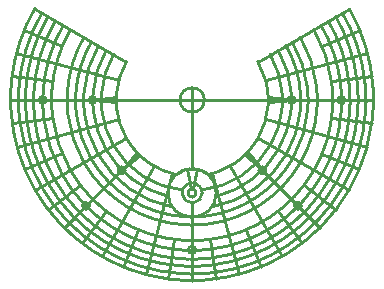
<source format=gtl>
G04*
G04 #@! TF.GenerationSoftware,Altium Limited,Altium Designer,21.8.1 (53)*
G04*
G04 Layer_Physical_Order=1*
G04 Layer_Color=255*
%FSLAX25Y25*%
%MOIN*%
G70*
G04*
G04 #@! TF.SameCoordinates,118D29FF-A6AF-4579-8667-5FF08CD40519*
G04*
G04*
G04 #@! TF.FilePolarity,Positive*
G04*
G01*
G75*
%ADD10C,0.01000*%
D10*
X116930Y136165D02*
G03*
X118005Y137044I-15263J19766D01*
G01*
X115597Y135204D02*
G03*
X116930Y136165I-13776J20526D01*
G01*
X137975Y121128D02*
G03*
X137975Y121128I-1172J0D01*
G01*
X106610Y115012D02*
G03*
X137680Y135603I-5070J41386D01*
G01*
X107239Y109868D02*
G03*
X142170Y133013I-5700J46533D01*
G01*
X118955Y137908D02*
G03*
X119802Y138760I-17634J18403D01*
G01*
X126169Y132956D02*
G03*
X126169Y132956I-1194J0D01*
G01*
X104692Y126372D02*
G03*
X127642Y141399I-3262J30020D01*
G01*
X118005Y137044D02*
G03*
X118955Y137908I-16506J19081D01*
G01*
X109436Y124215D02*
G03*
X130265Y139885I-7930J32219D01*
G01*
X106129Y117693D02*
G03*
X135156Y137061I-4703J38483D01*
G01*
X107982Y120688D02*
G03*
X132948Y138336I-6455J35616D01*
G01*
X119530Y138517D02*
G03*
X120041Y139042I-18149J18148D01*
G01*
X119802Y138760D02*
G03*
X120582Y139619I-18669J17730D01*
G01*
X119004Y138006D02*
G03*
X119530Y138517I-17616J18653D01*
G01*
X120582Y139619D02*
G03*
X121325Y140515I-19648J17043D01*
G01*
D02*
G03*
X122016Y141428I-20599J16312D01*
G01*
X110096Y132447D02*
G03*
X115597Y135204I-8070J22966D01*
G01*
X108123Y131846D02*
G03*
X110096Y132447I-6131J23673D01*
G01*
X161810Y160717D02*
G03*
X153926Y186775I-59951J-3918D01*
G01*
X156854Y156387D02*
G03*
X156785Y159194I-56327J2D01*
G01*
X154151Y156049D02*
G03*
X154083Y158749I-53585J2D01*
G01*
X159446Y156275D02*
G03*
X159373Y159191I-58860J2D01*
G01*
X156747Y152916D02*
G03*
X156852Y155905I-56109J3466D01*
G01*
X159373Y159191D02*
G03*
X159048Y163092I-58191J-2883D01*
G01*
X156785Y159194D02*
G03*
X156464Y162998I-55685J-2775D01*
G01*
X161938Y157429D02*
G03*
X161810Y160717I-61269J-747D01*
G01*
X159048Y163092D02*
G03*
X151584Y185423I-57130J-6684D01*
G01*
X126859Y157653D02*
G03*
X126722Y159324I-25485J-1251D01*
G01*
X131581Y154826D02*
G03*
X131621Y156387I-30626J1560D01*
G01*
X126955Y156500D02*
G03*
X126944Y157233I-25647J-0D01*
G01*
X126890Y156387D02*
G03*
X126859Y157653I-25778J1D01*
G01*
X126944Y155767D02*
G03*
X126955Y156500I-25655J733D01*
G01*
X131398Y152698D02*
G03*
X131581Y154826I-30131J3672D01*
G01*
X126884Y155824D02*
G03*
X126890Y156387I-25841J563D01*
G01*
X126812Y154381D02*
G03*
X126884Y155824I-25570J2000D01*
G01*
X105599Y156387D02*
G03*
X105599Y156387I-4055J0D01*
G01*
X137658Y154426D02*
G03*
X137704Y156275I-36701J1848D01*
G01*
X134422Y152375D02*
G03*
X134620Y154685I-33069J3993D01*
G01*
X101277Y126753D02*
G03*
X101254Y126748I250J-1190D01*
G01*
X101506Y126778D02*
G03*
X101454Y126777I10J-1134D01*
G01*
D02*
G03*
X101415Y126774I62J-1144D01*
G01*
X101649Y126770D02*
G03*
X101616Y126774I-135J-1149D01*
G01*
X140134Y158125D02*
G03*
X139911Y160771I-38945J-1940D01*
G01*
X154083Y158749D02*
G03*
X153772Y162406I-52971J-2668D01*
G01*
X152394Y156387D02*
G03*
X152394Y156387I-1138J0D01*
G01*
X149501Y128779D02*
G03*
X156747Y152916I-47767J27498D01*
G01*
X151335Y156049D02*
G03*
X151270Y158606I-50606J2D01*
G01*
X148406Y156387D02*
G03*
X148346Y158767I-47640J2D01*
G01*
X156464Y162998D02*
G03*
X149402Y184163I-54682J-6485D01*
G01*
X153772Y162406D02*
G03*
X146913Y182727I-52015J-6237D01*
G01*
X151270Y158606D02*
G03*
X150978Y162043I-50027J-2528D01*
G01*
X122016Y141428D02*
G03*
X122669Y142373I-21506J15556D01*
G01*
X123532Y143773D02*
G03*
X126812Y154381I-21816J12556D01*
G01*
X135156Y137061D02*
G03*
X140092Y153497I-33500J19020D01*
G01*
X137444Y151916D02*
G03*
X137658Y154426I-36113J4338D01*
G01*
X132948Y138336D02*
G03*
X137444Y151916I-31181J17857D01*
G01*
X130265Y139885D02*
G03*
X134422Y152375I-28517J16429D01*
G01*
X122669Y142373D02*
G03*
X123293Y143367I-22383J14759D01*
G01*
X127642Y141399D02*
G03*
X131398Y152698I-26013J14920D01*
G01*
X134620Y154685D02*
G03*
X134663Y156387I-33609J1701D01*
G01*
X139911Y160771D02*
G03*
X134863Y175770I-38236J-4520D01*
G01*
X134605Y158361D02*
G03*
X130167Y173058I-32873J-1908D01*
G01*
X131559Y158344D02*
G03*
X127544Y171544I-29941J-1895D01*
G01*
X137703Y156554D02*
G03*
X137639Y158459I-36693J-276D01*
G01*
X131620Y156702D02*
G03*
X131559Y158344I-30597J-311D01*
G01*
X134662Y156606D02*
G03*
X134605Y158361I-33607J-216D01*
G01*
X137639Y158459D02*
G03*
X132752Y174551I-35887J-2111D01*
G01*
X142939Y161287D02*
G03*
X137583Y177339I-41122J-4803D01*
G01*
X135857Y156387D02*
G03*
X135857Y156387I-1194J0D01*
G01*
X140182Y156162D02*
G03*
X140134Y158125I-39393J2D01*
G01*
X140092Y153497D02*
G03*
X140179Y155642I-39180J2660D01*
G01*
X148077Y161967D02*
G03*
X142072Y179931I-46237J-5472D01*
G01*
X148346Y158767D02*
G03*
X148077Y161967I-47096J-2353D01*
G01*
X143172Y158483D02*
G03*
X142939Y161287I-41892J-2072D01*
G01*
X143224Y156387D02*
G03*
X143172Y158483I-42372J2D01*
G01*
X150978Y162043D02*
G03*
X144460Y181310I-49111J-5878D01*
G01*
X126109Y162655D02*
G03*
X123434Y169171I-24383J-6205D01*
G01*
X126722Y159324D02*
G03*
X126109Y162655I-25074J-2888D01*
G01*
X159492Y139576D02*
G03*
X161528Y149555I-57698J16974D01*
G01*
X161867Y153624D02*
G03*
X161943Y156673I-61390J3047D01*
G01*
X161528Y149555D02*
G03*
X161867Y153624I-60426J7083D01*
G01*
X59869Y157095D02*
G03*
X59863Y156387I42520J-707D01*
G01*
X59971Y159401D02*
G03*
X59869Y157095I42115J-3006D01*
G01*
X62757Y158640D02*
G03*
X62682Y156549I39224J-2473D01*
G01*
X62680Y156162D02*
G03*
X62728Y154210I39397J-2D01*
G01*
X62682Y156549D02*
G03*
X62680Y156162I39552J-387D01*
G01*
X62728Y154210D02*
G03*
X62946Y151592I38949J1930D01*
G01*
X59863Y156387D02*
G03*
X59916Y154271I42376J-2D01*
G01*
X59916Y154271D02*
G03*
X60154Y151435I41893J2092D01*
G01*
X65464Y158708D02*
G03*
X65386Y156753I36576J-2428D01*
G01*
X65386D02*
G03*
X65383Y156275I36903J-478D01*
G01*
X65383D02*
G03*
X65428Y154451I36759J-2D01*
G01*
X76375Y153374D02*
G03*
X79527Y143821I25003J2955D01*
G01*
X76197Y156387D02*
G03*
X76229Y155106I25760J-1D01*
G01*
X76199Y156679D02*
G03*
X76197Y156387I25864J-292D01*
G01*
X76208Y157233D02*
G03*
X76197Y156500I25636J-733D01*
G01*
X76250Y158032D02*
G03*
X76199Y156679I25644J-1641D01*
G01*
X76197Y156500D02*
G03*
X76208Y155767I25665J-0D01*
G01*
X76229Y155106D02*
G03*
X76375Y153374I25467J1267D01*
G01*
X79625Y169122D02*
G03*
X76250Y158032I21761J-12682D01*
G01*
X104830Y125245D02*
G03*
X104834Y125414I-3371J169D01*
G01*
X104842Y132764D02*
G03*
X104680Y132829I-3304J-8107D01*
G01*
D02*
G03*
X104488Y132900I-3173J-8255D01*
G01*
D02*
G03*
X103024Y133289I-3043J-8506D01*
G01*
X102527Y133363D02*
G03*
X102345Y133383I-1041J-8691D01*
G01*
X103188Y133249D02*
G03*
X101458Y133424I-1676J-7923D01*
G01*
X102744Y133334D02*
G03*
X102527Y133363I-1268J-8751D01*
G01*
X100887Y126596D02*
G03*
X100847Y126570I657J-1051D01*
G01*
X101083Y126695D02*
G03*
X101025Y126670I437J-1107D01*
G01*
X100929Y126621D02*
G03*
X100887Y126596I608J-1066D01*
G01*
X100974Y126646D02*
G03*
X100929Y126621I557J-1080D01*
G01*
X101025Y126670D02*
G03*
X100974Y126646I501J-1093D01*
G01*
X100941Y128682D02*
G03*
X100823Y128659I563J-3181D01*
G01*
X101091Y128705D02*
G03*
X100941Y128682I418J-3235D01*
G01*
X101254Y126748D02*
G03*
X101232Y126743I276J-1197D01*
G01*
X101255Y126748D02*
G03*
X101233Y126743I275J-1197D01*
G01*
X101355Y126767D02*
G03*
X101328Y126763I165J-1168D01*
G01*
X101328D02*
G03*
X101302Y126758I194J-1175D01*
G01*
Y126758D02*
G03*
X101278Y126753I222J-1182D01*
G01*
X101232Y126743D02*
G03*
X101156Y126721I281J-1134D01*
G01*
Y126721D02*
G03*
X101083Y126695I360J-1122D01*
G01*
X101597Y128732D02*
G03*
X101515Y128733I-82J-3360D01*
G01*
X102685Y128520D02*
G03*
X102209Y128659I-1159J-3080D01*
G01*
D02*
G03*
X101597Y128732I-691J-3222D01*
G01*
X101515Y128733D02*
G03*
X101276Y128724I-0J-3328D01*
G01*
D02*
G03*
X101091Y128705I237J-3286D01*
G01*
X101972Y126686D02*
G03*
X101905Y126711I-458J-1090D01*
G01*
X101703Y126763D02*
G03*
X101676Y126767I-192J-1163D01*
G01*
X101905Y126711D02*
G03*
X101799Y126743I-387J-1104D01*
G01*
X101729Y126758D02*
G03*
X101703Y126763I-220J-1171D01*
G01*
X101798Y126743D02*
G03*
X101776Y126748I-297J-1192D01*
G01*
X101777Y126748D02*
G03*
X101754Y126753I-273J-1185D01*
G01*
X101799Y126743D02*
G03*
X101777Y126748I-298J-1192D01*
G01*
X101731Y126758D02*
G03*
X101706Y126762I-222J-1171D01*
G01*
X101753Y126753D02*
G03*
X101729Y126758I-246J-1178D01*
G01*
X101754Y126753D02*
G03*
X101731Y126758I-248J-1178D01*
G01*
X101706Y126762D02*
G03*
X101679Y126767I-195J-1164D01*
G01*
X101776Y126748D02*
G03*
X101753Y126753I-272J-1185D01*
G01*
X98878Y133012D02*
G03*
X98594Y132918I2684J-8545D01*
G01*
X100958Y133405D02*
G03*
X100806Y133394I573J-8581D01*
G01*
X100454Y133356D02*
G03*
X100232Y133326I1105J-8797D01*
G01*
Y133326D02*
G03*
X98878Y133012I1355J-8938D01*
G01*
X100806Y133394D02*
G03*
X100641Y133378I733J-8657D01*
G01*
X101458Y133424D02*
G03*
X99844Y133249I57J-8059D01*
G01*
X100641Y133378D02*
G03*
X100454Y133356I906J-8730D01*
G01*
X100274Y125641D02*
G03*
X100264Y125556I1455J-224D01*
G01*
X100257Y125383D02*
G03*
X100260Y125311I1495J31D01*
G01*
X100258Y125482D02*
G03*
X100257Y125414I1501J-68D01*
G01*
X100264Y125556D02*
G03*
X100258Y125482I1481J-141D01*
G01*
X100260Y125311D02*
G03*
X100268Y125232I1476J102D01*
G01*
X101431Y103329D02*
G03*
X104186Y103400I2J53586D01*
G01*
X102693Y106427D02*
G03*
X102693Y106427I-1205J0D01*
G01*
X101544Y109525D02*
G03*
X103978Y109587I2J47634D01*
G01*
X101544Y106258D02*
G03*
X104144Y106325I2J50609D01*
G01*
X101544Y114707D02*
G03*
X103709Y114762I2J42365D01*
G01*
X101431Y117411D02*
G03*
X103457Y117463I2J39386D01*
G01*
X100761Y124322D02*
G03*
X100800Y124292I801J986D01*
G01*
X100532Y124562D02*
G03*
X100571Y124513I1086J803D01*
G01*
X100647Y124427D02*
G03*
X100684Y124390I941J911D01*
G01*
X100609Y124468D02*
G03*
X100647Y124427I989J879D01*
G01*
X100571Y124513D02*
G03*
X100609Y124468I1037J844D01*
G01*
X100684Y124390D02*
G03*
X100723Y124355I895J938D01*
G01*
X100723Y124355D02*
G03*
X100761Y124322I848J964D01*
G01*
X100335Y124941D02*
G03*
X100372Y124845I1345J459D01*
G01*
X100304Y125043D02*
G03*
X100335Y124941I1389J362D01*
G01*
X100282Y125142D02*
G03*
X100304Y125043I1425J267D01*
G01*
X100412Y124758D02*
G03*
X100452Y124684I1242J630D01*
G01*
X100372Y124845D02*
G03*
X100412Y124758I1295J550D01*
G01*
X100493Y124619D02*
G03*
X100532Y124562I1137J754D01*
G01*
X100452Y124684D02*
G03*
X100493Y124619I1189J697D01*
G01*
X100268Y125232D02*
G03*
X100282Y125142I1454J179D01*
G01*
X154018Y152281D02*
G03*
X154144Y155172I-53284J3760D01*
G01*
X151204Y152407D02*
G03*
X151328Y155193I-50292J3634D01*
G01*
X148305Y153296D02*
G03*
X148403Y155852I-47415J3085D01*
G01*
X144851Y131465D02*
G03*
X151204Y152407I-42992J24476D01*
G01*
X137680Y135603D02*
G03*
X143120Y153416I-35877J20692D01*
G01*
X147304Y130048D02*
G03*
X154018Y152281I-45555J25888D01*
G01*
X142170Y133013D02*
G03*
X148305Y153296I-40356J23278D01*
G01*
X143120Y153416D02*
G03*
X143218Y155685I-42130J2964D01*
G01*
X159320Y152435D02*
G03*
X159441Y155583I-58572J3832D01*
G01*
X151780Y127463D02*
G03*
X159320Y152435I-49898J28692D01*
G01*
X153876Y126483D02*
G03*
X159492Y139576I-52024J30063D01*
G01*
X98117Y106374D02*
G03*
X100876Y106263I3420J50346D01*
G01*
X103978Y109587D02*
G03*
X107239Y109868I-2406J47081D01*
G01*
X98490Y109623D02*
G03*
X101023Y109528I3048J47417D01*
G01*
X104144Y106325D02*
G03*
X107575Y106620I-2571J50023D01*
G01*
X105420Y96344D02*
G03*
X153876Y126483I-3918J60322D01*
G01*
X108172Y101370D02*
G03*
X149501Y128779I-6749J55040D01*
G01*
X107575Y106620D02*
G03*
X144851Y131465I-6034J49439D01*
G01*
X108590Y98797D02*
G03*
X151780Y127463I-7053J57495D01*
G01*
X107821Y103713D02*
G03*
X147304Y130048I-6395J52354D01*
G01*
X101834Y124094D02*
G03*
X101923Y124124I-320J1133D01*
G01*
X100973Y124183D02*
G03*
X101025Y124158I555J1071D01*
G01*
X100926Y124209D02*
G03*
X100973Y124183I607J1056D01*
G01*
X100882Y124235D02*
G03*
X100926Y124209I658J1041D01*
G01*
X100841Y124263D02*
G03*
X100882Y124235I706J1024D01*
G01*
X100800Y124292D02*
G03*
X100841Y124263I754J1006D01*
G01*
X101086Y124132D02*
G03*
X101445Y124053I429J1089D01*
G01*
X101534Y124051D02*
G03*
X101834Y124094I-18J1169D01*
G01*
X101025Y124158D02*
G03*
X101086Y124132I497J1085D01*
G01*
X101445Y124053D02*
G03*
X101515Y124050I70J1179D01*
G01*
X102750Y125683D02*
G03*
X102728Y125781I-1427J-263D01*
G01*
X102426Y126356D02*
G03*
X102388Y126397I-993J-875D01*
G01*
X102698Y125883D02*
G03*
X102662Y125979I-1347J-454D01*
G01*
X102728Y125781D02*
G03*
X102698Y125883I-1391J-357D01*
G01*
X102502Y126261D02*
G03*
X102464Y126311I-1090J-798D01*
G01*
X102541Y126205D02*
G03*
X102502Y126261I-1140J-750D01*
G01*
X102581Y126140D02*
G03*
X102541Y126205I-1192J-693D01*
G01*
X102662Y125979D02*
G03*
X102622Y126065I-1297J-545D01*
G01*
X102622D02*
G03*
X102581Y126140I-1245J-625D01*
G01*
X102464Y126311D02*
G03*
X102426Y126356I-1041J-839D01*
G01*
X100733Y126482D02*
G03*
X100695Y126449I843J-978D01*
G01*
X100621Y126374D02*
G03*
X100585Y126332I982J-898D01*
G01*
X100547Y126285D02*
G03*
X100508Y126233I1078J-826D01*
G01*
X100658Y126413D02*
G03*
X100621Y126374I935J-928D01*
G01*
X100585Y126332D02*
G03*
X100547Y126285I1029J-865D01*
G01*
X100695Y126449D02*
G03*
X100658Y126413I889J-955D01*
G01*
X100769Y126513D02*
G03*
X100733Y126482I797J-999D01*
G01*
X100469Y126172D02*
G03*
X100429Y126103I1179J-728D01*
G01*
X100508Y126233D02*
G03*
X100469Y126172I1128J-781D01*
G01*
X100808Y126542D02*
G03*
X100769Y126513I751J-1018D01*
G01*
X100847Y126570D02*
G03*
X100808Y126542I704J-1035D01*
G01*
X102639Y124799D02*
G03*
X102678Y124890I-1281J598D01*
G01*
X102558Y124650D02*
G03*
X102599Y124720I-1175J734D01*
G01*
X102480Y124538D02*
G03*
X102519Y124591I-1074J831D01*
G01*
X102599Y124720D02*
G03*
X102639Y124799I-1228J672D01*
G01*
X102442Y124491D02*
G03*
X102480Y124538I-1025J870D01*
G01*
X102404Y124449D02*
G03*
X102442Y124491I-977J904D01*
G01*
X102367Y124409D02*
G03*
X102404Y124449I-929J934D01*
G01*
X102519Y124591D02*
G03*
X102558Y124650I-1124J787D01*
G01*
X102329Y124373D02*
G03*
X102367Y124409I-882J960D01*
G01*
X101923Y124124D02*
G03*
X101986Y124149I-413J1115D01*
G01*
X102253Y124309D02*
G03*
X102292Y124340I-789J1005D01*
G01*
X102215Y124280D02*
G03*
X102253Y124309I-742J1024D01*
G01*
X102174Y124252D02*
G03*
X102215Y124280I-694J1042D01*
G01*
X102132Y124225D02*
G03*
X102174Y124252I-645J1058D01*
G01*
X102087Y124199D02*
G03*
X102132Y124225I-594J1073D01*
G01*
X102040Y124174D02*
G03*
X102087Y124199I-540J1087D01*
G01*
X101986Y124149D02*
G03*
X102040Y124174I-481J1101D01*
G01*
X102292Y124340D02*
G03*
X102329Y124373I-836J984D01*
G01*
X101690Y122101D02*
G03*
X101916Y122120I-173J3335D01*
G01*
X101515Y122096D02*
G03*
X101690Y122101I0J3375D01*
G01*
X101346Y122100D02*
G03*
X101515Y122096I169J3371D01*
G01*
X100389Y126023D02*
G03*
X100351Y125932I1284J-592D01*
G01*
X100257Y125414D02*
G03*
X100257Y125383I1507J-0D01*
G01*
X100318Y125834D02*
G03*
X100292Y125734I1383J-412D01*
G01*
X100351Y125932D02*
G03*
X100318Y125834I1336J-506D01*
G01*
X100429Y126103D02*
G03*
X100389Y126023I1232J-666D01*
G01*
X100292Y125734D02*
G03*
X100274Y125641I1423J-315D01*
G01*
X102678Y124890D02*
G03*
X102712Y124989I-1333J513D01*
G01*
X102774Y125414D02*
G03*
X102774Y125443I-1507J0D01*
G01*
X102772Y125345D02*
G03*
X102774Y125414I-1500J69D01*
G01*
X102767Y125269D02*
G03*
X102772Y125345I-1480J144D01*
G01*
X102756Y125185D02*
G03*
X102767Y125269I-1454J228D01*
G01*
X102771Y125514D02*
G03*
X102763Y125594I-1477J-99D01*
G01*
X102774Y125443D02*
G03*
X102771Y125514I-1495J-29D01*
G01*
X102763Y125594D02*
G03*
X102750Y125683I-1455J-177D01*
G01*
X102712Y124989D02*
G03*
X102738Y125091I-1381J417D01*
G01*
X102738D02*
G03*
X102756Y125185I-1422J319D01*
G01*
X102315Y126468D02*
G03*
X102277Y126500I-855J-958D01*
G01*
X103025Y133289D02*
G03*
X102744Y133334I-1562J-8796D01*
G01*
X102345Y133383D02*
G03*
X102180Y133397I-850J-8623D01*
G01*
X102352Y126434D02*
G03*
X102315Y126468I-900J-934D01*
G01*
X102388Y126397D02*
G03*
X102352Y126434I-946J-907D01*
G01*
X102240Y126530D02*
G03*
X102201Y126558I-763J-1000D01*
G01*
X102277Y126500D02*
G03*
X102240Y126530I-808J-980D01*
G01*
X102201Y126558D02*
G03*
X102162Y126585I-717J-1018D01*
G01*
X102120Y126611D02*
G03*
X102075Y126636I-622J-1049D01*
G01*
X102026Y126661D02*
G03*
X101972Y126686I-518J-1077D01*
G01*
X102162Y126585D02*
G03*
X102120Y126611I-671J-1034D01*
G01*
X102075Y126636D02*
G03*
X102026Y126661I-571J-1063D01*
G01*
X101679Y126767D02*
G03*
X101649Y126770I-166J-1156D01*
G01*
X101646Y126771D02*
G03*
X101612Y126774I-132J-1148D01*
G01*
X101616Y126774D02*
G03*
X101577Y126777I-101J-1141D01*
G01*
X101460Y126777D02*
G03*
X101419Y126774I56J-1142D01*
G01*
X101353Y126767D02*
G03*
X101325Y126762I168J-1168D01*
G01*
X101676Y126767D02*
G03*
X101646Y126771I-163J-1156D01*
G01*
X101325Y126762D02*
G03*
X101300Y126758I197J-1176D01*
G01*
D02*
G03*
X101277Y126753I224J-1183D01*
G01*
X101278Y126753D02*
G03*
X101255Y126748I249J-1190D01*
G01*
X101382Y126770D02*
G03*
X101353Y126767I137J-1160D01*
G01*
X101415Y126774D02*
G03*
X101382Y126770I102J-1152D01*
G01*
X101419Y126774D02*
G03*
X101385Y126771I98J-1151D01*
G01*
Y126771D02*
G03*
X101355Y126767I133J-1160D01*
G01*
X101515Y126778D02*
G03*
X101460Y126777I0J-1132D01*
G01*
X101571D02*
G03*
X101515Y126778I-56J-1131D01*
G01*
X101577Y126777D02*
G03*
X101525Y126778I-61J-1132D01*
G01*
X101612Y126774D02*
G03*
X101571Y126777I-97J-1140D01*
G01*
X67355Y121151D02*
G03*
X67355Y121151I-1205J0D01*
G01*
X49099Y126483D02*
G03*
X94144Y96659I52395J30206D01*
G01*
X51281Y127513D02*
G03*
X97766Y98494I50251J28754D01*
G01*
X53391Y128731D02*
G03*
X97824Y101079I48028J27650D01*
G01*
X60890Y133061D02*
G03*
X98490Y109623I40645J23325D01*
G01*
X55586Y129999D02*
G03*
X97866Y103448I45834J26047D01*
G01*
X58209Y131513D02*
G03*
X98117Y106374I43324J24531D01*
G01*
X65379Y135652D02*
G03*
X98781Y114797I36156J20733D01*
G01*
X79527Y143821D02*
G03*
X80145Y142795I23372J13366D01*
G01*
D02*
G03*
X80781Y141835I22524J14246D01*
G01*
Y141835D02*
G03*
X81443Y140925I21669J15054D01*
G01*
X83719Y138312D02*
G03*
X84602Y137468I17946J17894D01*
G01*
X83509Y138517D02*
G03*
X84035Y138006I18142J18142D01*
G01*
X98594Y132918D02*
G03*
X98392Y132844I2937J-8363D01*
G01*
X98768Y117501D02*
G03*
X100912Y117414I2658J39185D01*
G01*
X104810Y125810D02*
G03*
X102685Y128520I-3296J-397D01*
G01*
X104829Y125586D02*
G03*
X104810Y125810I-3336J-169D01*
G01*
X100823Y128659D02*
G03*
X99502Y128052I683J-3227D01*
G01*
X98392Y132844D02*
G03*
X98224Y132779I3108J-8204D01*
G01*
X106881Y131558D02*
G03*
X108123Y131846I-4955J24212D01*
G01*
X95537Y131704D02*
G03*
X96161Y131567I5638J24131D01*
G01*
X98349Y96298D02*
G03*
X101487Y96218I3135J61362D01*
G01*
X101431Y100964D02*
G03*
X104312Y101037I3J56328D01*
G01*
X94144Y96659D02*
G03*
X98349Y96298I7307J60370D01*
G01*
X101544Y98373D02*
G03*
X104555Y98450I3J58849D01*
G01*
X102158Y96222D02*
G03*
X105420Y96344I-664J61296D01*
G01*
X97824Y101079D02*
G03*
X100816Y100967I3600J56084D01*
G01*
X97766Y98494D02*
G03*
X100899Y98376I3770J58587D01*
G01*
X97866Y103448D02*
G03*
X100784Y103333I3558J53322D01*
G01*
X104186Y103400D02*
G03*
X107821Y103713I-2723J52965D01*
G01*
X104555Y98450D02*
G03*
X108590Y98797I-2976J58166D01*
G01*
X104312Y101037D02*
G03*
X108172Y101370I-2847J55676D01*
G01*
X98781Y114797D02*
G03*
X101034Y114710I2757J42165D01*
G01*
X101916Y122120D02*
G03*
X104830Y125245I-401J3294D01*
G01*
X109525Y125414D02*
G03*
X109525Y125414I-8010J0D01*
G01*
X98201Y125572D02*
G03*
X98197Y125414I3374J-157D01*
G01*
X98219Y125792D02*
G03*
X98201Y125572I3322J-376D01*
G01*
X98197Y125414D02*
G03*
X98202Y125240I3375J-0D01*
G01*
X98224Y132779D02*
G03*
X98079Y132719I3242J-8054D01*
G01*
X98419Y126610D02*
G03*
X98219Y125792I3077J-1187D01*
G01*
X99502Y128052D02*
G03*
X98419Y126610I2018J-2642D01*
G01*
X98221Y125014D02*
G03*
X101346Y122100I3294J401D01*
G01*
X103457Y117463D02*
G03*
X106129Y117693I-2003J38930D01*
G01*
X103709Y114762D02*
G03*
X106610Y115012I-2140J41874D01*
G01*
X104834Y125414D02*
G03*
X104829Y125586I-3374J0D01*
G01*
X98202Y125240D02*
G03*
X98221Y125014I3335J173D01*
G01*
X75248Y141350D02*
G03*
X98333Y126354I26183J15040D01*
G01*
X70112Y138385D02*
G03*
X95042Y120699I31449J17917D01*
G01*
X67734Y137013D02*
G03*
X98768Y117501I33688J19145D01*
G01*
X72794Y139934D02*
G03*
X93594Y124230I28784J16499D01*
G01*
X79183Y132956D02*
G03*
X79183Y132956I-1183J0D01*
G01*
X86792Y135689D02*
G03*
X88373Y134638I14394J19927D01*
G01*
Y134638D02*
G03*
X95537Y131704I12690J20776D01*
G01*
X82904Y139168D02*
G03*
X83719Y138312I18943J17220D01*
G01*
X82155Y140029D02*
G03*
X82904Y139168I19884J16533D01*
G01*
X81443Y140925D02*
G03*
X82155Y140029I20797J15805D01*
G01*
X82999Y139042D02*
G03*
X83509Y138517I18659J17622D01*
G01*
X84602Y137468D02*
G03*
X85606Y136601I16892J18550D01*
G01*
D02*
G03*
X86792Y135689I15727J19221D01*
G01*
X68427Y156805D02*
G03*
X68425Y156387I33796J-417D01*
G01*
X71241D02*
G03*
X71280Y154836I30679J-1D01*
G01*
D02*
G03*
X71458Y152748I30328J1533D01*
G01*
X68662Y152406D02*
G03*
X72794Y139934I32670J3905D01*
G01*
X71458Y152748D02*
G03*
X75248Y141350I29768J3569D01*
G01*
X71308Y158417D02*
G03*
X71244Y156786I30528J-2025D01*
G01*
X68498Y158605D02*
G03*
X68427Y156805I33499J-2213D01*
G01*
X71244Y156786D02*
G03*
X71241Y156387I30801J-398D01*
G01*
X66990Y145581D02*
G03*
X70112Y138385I34334J10618D01*
G01*
X62946Y151592D02*
G03*
X67734Y137013I38228J4479D01*
G01*
X65428Y154451D02*
G03*
X65633Y152005I36342J1804D01*
G01*
X65633D02*
G03*
X66990Y145582I35716J4195D01*
G01*
X68425Y156387D02*
G03*
X68467Y154691I33663J-1D01*
G01*
X69461Y156387D02*
G03*
X69461Y156387I-1149J0D01*
G01*
X68467Y154691D02*
G03*
X68662Y152406I33278J1677D01*
G01*
X60154Y151435D02*
G03*
X65379Y135652I41119J4855D01*
G01*
X55009Y150816D02*
G03*
X60890Y133061I46239J5463D01*
G01*
X49087Y149722D02*
G03*
X55586Y129999I52009J6206D01*
G01*
X46397Y149780D02*
G03*
X53391Y128731I54679J6480D01*
G01*
X46159Y139335D02*
G03*
X51281Y127513I55033J16820D01*
G01*
X41175Y152486D02*
G03*
X49099Y126483I59940J4058D01*
G01*
X52099Y150143D02*
G03*
X58209Y131513I49115J5790D01*
G01*
X51753Y156049D02*
G03*
X51816Y153522I50614J-2D01*
G01*
X46007Y156387D02*
G03*
X46078Y153564I56336J-2D01*
G01*
X54681Y156387D02*
G03*
X54741Y154007I47644J-2D01*
G01*
X48711Y156049D02*
G03*
X48778Y153365I53586J-2D01*
G01*
X48778D02*
G03*
X49087Y149722I52975J2653D01*
G01*
X51816Y153522D02*
G03*
X52099Y150143I50037J2499D01*
G01*
X72892Y173010D02*
G03*
X68498Y158605I28452J-16553D01*
G01*
X65477Y177291D02*
G03*
X59971Y159400I35803J-20812D01*
G01*
X51476Y185374D02*
G03*
X43772Y160189I49711J-28976D01*
G01*
X68027Y175818D02*
G03*
X62757Y158640I33185J-19577D01*
G01*
X75346Y171593D02*
G03*
X71308Y158417I25891J-15141D01*
G01*
X70307Y174503D02*
G03*
X65464Y158708I31016J-18151D01*
G01*
X41108Y159732D02*
G03*
X41032Y156673I61367J-3056D01*
G01*
X43715Y153340D02*
G03*
X44041Y149437I58189J2901D01*
G01*
X44041Y149437D02*
G03*
X46159Y139335I57191J6718D01*
G01*
X46078Y153564D02*
G03*
X46397Y149780I55693J2791D01*
G01*
X43772Y160189D02*
G03*
X43647Y157069I58561J-3906D01*
G01*
X46012Y157116D02*
G03*
X46007Y156387I56555J-729D01*
G01*
X41453Y163846D02*
G03*
X41108Y159732I60399J-7137D01*
G01*
X46132Y160129D02*
G03*
X46012Y157116I56054J-3734D01*
G01*
X41038Y155784D02*
G03*
X41175Y152486I61260J880D01*
G01*
X41032Y156673D02*
G03*
X41038Y155784I61693J-0D01*
G01*
X43642Y156275D02*
G03*
X43715Y153340I58860J-3D01*
G01*
X43647Y157069D02*
G03*
X43642Y156275I59086J-794D01*
G01*
X48714Y156576D02*
G03*
X48711Y156049I53827J-526D01*
G01*
X54741Y154007D02*
G03*
X55009Y150816I47100J2353D01*
G01*
X54687Y157131D02*
G03*
X54681Y156387I47813J-743D01*
G01*
X51757Y156683D02*
G03*
X51753Y156049I50808J-634D01*
G01*
X52890Y156387D02*
G03*
X52890Y156387I-1172J0D01*
G01*
X54798Y159723D02*
G03*
X54687Y157131I47366J-3329D01*
G01*
X48815Y159389D02*
G03*
X48714Y156576I53380J-3334D01*
G01*
X51863Y159389D02*
G03*
X51757Y156683I50361J-3333D01*
G01*
X58599Y181262D02*
G03*
X51863Y159389I42640J-25107D01*
G01*
X53488Y184212D02*
G03*
X46132Y160129I47604J-27707D01*
G01*
X60988Y179883D02*
G03*
X54798Y159723I40272J-23394D01*
G01*
X49149Y186948D02*
G03*
X41453Y163846I51938J-30135D01*
G01*
X55977Y182775D02*
G03*
X48815Y159389I45150J-26617D01*
G01*
X101527Y156500D02*
X101529Y160500D01*
X105329Y132548D02*
X105427Y132500D01*
X105519Y132454D01*
X120041Y139042D02*
X125027Y133021D01*
X119004Y138006D02*
X125027Y133021D01*
X105225Y132598D02*
X105329Y132548D01*
X105519Y132454D02*
X105605Y132408D01*
X105691Y132363D01*
X105771Y132318D01*
X105845Y132276D01*
X105918Y132234D01*
X105991Y132190D01*
X106059Y132149D02*
X106125Y132107D01*
X105991Y132190D02*
X106059Y132149D01*
X106187Y132068D02*
X106248Y132028D01*
X106308Y131988D01*
X106368Y131947D01*
X106423Y131909D01*
X104982Y132706D02*
X105109Y132650D01*
X106125Y132107D02*
X106187Y132068D01*
X106423Y131909D02*
X106477Y131871D01*
X105109Y132650D02*
X105225Y132598D01*
X104842Y132764D02*
X104982Y132706D01*
X106477Y131871D02*
X106531Y131832D01*
X106690Y131712D02*
X106737Y131675D01*
X106584Y131792D02*
X106637Y131753D01*
X106531Y131832D02*
X106584Y131792D01*
X106637Y131753D02*
X106690Y131712D01*
X106737Y131675D02*
X106784Y131638D01*
X106831Y131600D01*
X106877Y131562D01*
X106881Y131558D01*
X153869Y186743D02*
X153926Y186775D01*
X154144Y155172D02*
X154151Y156049D01*
X156852Y155905D02*
X156854Y156387D01*
X161938Y157429D02*
X161943Y156673D01*
X41051Y156500D02*
X161924D01*
X126944Y157233D02*
X134728Y156500D01*
X41558Y164390D02*
X55092Y162608D01*
X147994Y162622D02*
X161417Y164390D01*
X45613Y179644D02*
X58269Y174401D01*
X49105Y186743D02*
X79625Y169122D01*
X101511Y133407D02*
X101527Y156500D01*
X97536Y132466D02*
X97628Y132512D01*
X97726Y132560D01*
X97836Y132611D01*
X97951Y132664D02*
X98079Y132719D01*
X97836Y132611D02*
X97951Y132664D01*
X123434Y169171D02*
X153869Y186743D01*
X126000Y163067D02*
X159952Y172165D01*
X126944Y155767D02*
X134728Y156500D01*
X144857Y174394D02*
X157361Y179573D01*
X151328Y155193D02*
X151335Y156049D01*
X126056Y149917D02*
X159840Y140865D01*
X148024Y150374D02*
X161417Y148610D01*
X140179Y155642D02*
X140182Y156162D01*
X134662Y156606D02*
X134663Y156387D01*
X148403Y155852D02*
X148406Y156387D01*
X143218Y155685D02*
X143224Y156387D01*
X131620Y156702D02*
X131621Y156387D01*
X137703Y156554D02*
X137704Y156275D01*
X159441Y155583D02*
X159446Y156275D01*
X68425Y156500D02*
X76208Y157233D01*
X68425Y156500D02*
X76208Y155767D01*
X53611Y119763D02*
X64288Y127956D01*
X71342Y104287D02*
X88778Y134487D01*
X96161Y131567D02*
X96211Y131608D01*
X96352Y131721D02*
X96405Y131761D01*
X96673Y131954D02*
X96733Y131995D01*
X96405Y131761D02*
X96457Y131800D01*
X96564Y131878D02*
X96619Y131916D01*
X96733Y131995D02*
X96794Y132035D01*
X96854Y132075D02*
X96921Y132117D01*
X96619Y131916D02*
X96673Y131954D01*
X96794Y132035D02*
X96854Y132075D01*
X96511Y131839D02*
X96564Y131878D01*
X96921Y132117D02*
X96987Y132158D01*
X97054Y132199D01*
X101892Y133415D02*
X102033Y133408D01*
X101639Y133423D02*
X101762Y133420D01*
X101892Y133415D01*
X102033Y133408D02*
X102180Y133397D01*
X101515Y133424D02*
X101639Y133423D01*
X101469Y133424D02*
X101515Y133424D01*
X99844Y133249D02*
X100823Y128659D01*
X102209D02*
X103188Y133249D01*
X101099Y133413D02*
X101228Y133419D01*
X100958Y133405D02*
X101099Y133413D01*
X101228Y133419D02*
X101351Y133422D01*
X101469Y133424D01*
X101487Y96218D02*
X102158Y96222D01*
X101487Y96176D02*
X101544Y122086D01*
X100816Y100967D02*
X101431Y100964D01*
X100899Y98376D02*
X101544Y98373D01*
X107620Y109916D02*
X109354Y96740D01*
X100912Y117414D02*
X101431Y117411D01*
X101023Y109528D02*
X101544Y109525D01*
X100876Y106263D02*
X101544Y106258D01*
X100784Y103333D02*
X101431Y103330D01*
X101034Y114710D02*
X101544Y114707D01*
X103990Y123357D02*
X103991D01*
X123293Y143367D02*
X123532Y143773D01*
X144881Y138526D02*
X157249Y133403D01*
X119473Y113078D02*
X124561Y100795D01*
X114225Y134438D02*
X131633Y104287D01*
X119494Y138493D02*
X144125Y113862D01*
X138757Y127902D02*
X149363Y119763D01*
X130092Y119222D02*
X138211Y108641D01*
X123532Y143773D02*
X153757Y126322D01*
X101515Y124050D02*
X101534Y124051D01*
X101799Y126743D02*
X102209Y128659D01*
X100823D02*
X101232Y126743D01*
X101233Y126743D01*
X101798D02*
X101799Y126743D01*
X101506Y126778D02*
X101515Y126778D01*
X101525Y126778D01*
X49218Y126322D02*
X79527Y143821D01*
X93620Y96740D02*
X95357Y109931D01*
X78413Y100795D02*
X83517Y113118D01*
X64794Y108680D02*
X72925Y119276D01*
X58850Y113862D02*
X83537Y138549D01*
X101514Y156447D02*
Y156448D01*
X101512Y156457D02*
X101514Y156448D01*
X101511Y156459D02*
X101512Y156457D01*
X101515Y156452D01*
X101504Y156483D02*
X101511Y156459D01*
X101487Y156500D02*
X101511Y156459D01*
X101504Y156483D02*
X101519Y156468D01*
X101487Y156500D02*
X101504Y156483D01*
X101496Y156515D02*
X101504Y156483D01*
X101511Y156459D02*
X101512Y156457D01*
X97127Y132242D02*
X97201Y132285D01*
X97054Y132199D02*
X97127Y132242D01*
X97280Y132329D02*
X97359Y132373D01*
X97201Y132285D02*
X97280Y132329D01*
X97445Y132419D02*
X97536Y132466D01*
X97359Y132373D02*
X97445Y132419D01*
X96457Y131800D02*
X96511Y131839D01*
X96258Y131646D02*
X96305Y131684D01*
X96211Y131608D02*
X96258Y131646D01*
X96305Y131684D02*
X96352Y131721D01*
X78013Y133021D02*
X82999Y139042D01*
X78013Y133021D02*
X84035Y138006D01*
X45726Y133403D02*
X58189Y138565D01*
X41558Y148610D02*
X55062Y150389D01*
X43135Y140865D02*
X77023Y149945D01*
X86026Y98493D02*
X94955Y131906D01*
X108098Y131896D02*
X117050Y98513D01*
X42918Y172193D02*
X77080Y163040D01*
M02*

</source>
